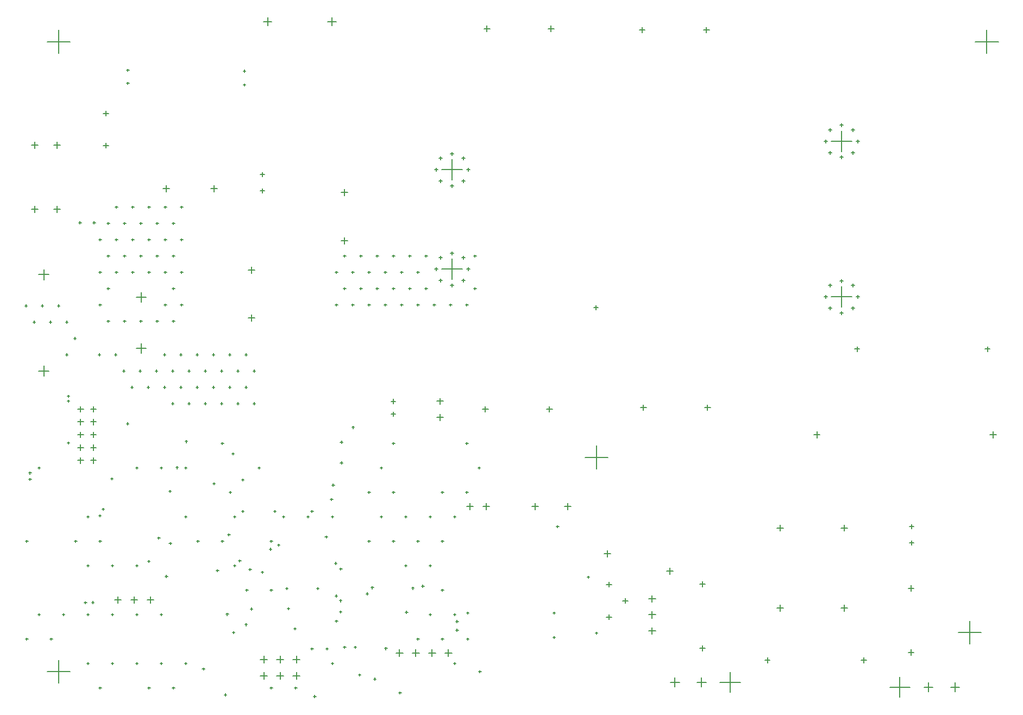
<source format=gbr>
%TF.GenerationSoftware,Altium Limited,Altium Designer,20.0.13 (296)*%
G04 Layer_Color=128*
%FSLAX26Y26*%
%MOIN*%
%TF.FileFunction,Drillmap*%
%TF.Part,Single*%
G01*
G75*
%TA.AperFunction,NonConductor*%
%ADD108C,0.005000*%
D108*
X80000Y3058561D02*
X120000D01*
X100000Y3038561D02*
Y3078561D01*
X80000Y3449112D02*
X120000D01*
X100000Y3429112D02*
Y3469112D01*
X213858Y3058561D02*
X253858D01*
X233858Y3038561D02*
Y3078561D01*
X213858Y3449112D02*
X253858D01*
X233858Y3429112D02*
Y3469112D01*
X3606449Y755000D02*
X3637551D01*
X3622000Y739449D02*
Y770551D01*
X3706449Y655000D02*
X3737551D01*
X3722000Y639449D02*
Y670551D01*
X3606449Y555000D02*
X3637551D01*
X3622000Y539449D02*
Y570551D01*
X1683347Y295000D02*
X1726653D01*
X1705000Y273346D02*
Y316654D01*
X1683347Y195000D02*
X1726653D01*
X1705000Y173346D02*
Y216654D01*
X1583347Y295000D02*
X1626653D01*
X1605000Y273346D02*
Y316654D01*
X1583347Y195000D02*
X1626653D01*
X1605000Y173346D02*
Y216654D01*
X1483347Y295000D02*
X1526653D01*
X1505000Y273346D02*
Y316654D01*
X1483347Y195000D02*
X1526653D01*
X1505000Y173346D02*
Y216654D01*
X3528709Y2452601D02*
X3555709D01*
X3542209Y2439101D02*
Y2466101D01*
X4987008Y2520000D02*
X5112992D01*
X5050000Y2457008D02*
Y2582992D01*
X4987008Y3475000D02*
X5112992D01*
X5050000Y3412008D02*
Y3537992D01*
X2597008Y3300000D02*
X2722992D01*
X2660000Y3237008D02*
Y3362992D01*
X2597008Y2690000D02*
X2722992D01*
X2660000Y2627008D02*
Y2752992D01*
X3593000Y945000D02*
X3633000D01*
X3613000Y925000D02*
Y965000D01*
X3975000Y838000D02*
X4015000D01*
X3995000Y818000D02*
Y858000D01*
X4302504Y155000D02*
X4427504D01*
X4365004Y92500D02*
Y217500D01*
X4162500Y155000D02*
X4217500D01*
X4190000Y127500D02*
Y182500D01*
X3999508Y155000D02*
X4054508D01*
X4027008Y127500D02*
Y182500D01*
X5344504Y125000D02*
X5469504D01*
X5407004Y62500D02*
Y187500D01*
X5554508Y125000D02*
X5609508D01*
X5582008Y97500D02*
Y152500D01*
X5717500Y125000D02*
X5772500D01*
X5745000Y97500D02*
Y152500D01*
X723000Y2516405D02*
X783000D01*
X753000Y2486405D02*
Y2546405D01*
X723000Y2204595D02*
X783000D01*
X753000Y2174595D02*
Y2234595D01*
X123500Y2065000D02*
X186500D01*
X155000Y2033500D02*
Y2096500D01*
X123500Y2656000D02*
X186500D01*
X155000Y2624500D02*
Y2687500D01*
X2313878Y335000D02*
X2357382D01*
X2335630Y313248D02*
Y356752D01*
X2613878Y335000D02*
X2657382D01*
X2635630Y313248D02*
Y356752D01*
X2513878Y335000D02*
X2557382D01*
X2535630Y313248D02*
Y356752D01*
X2413878Y335000D02*
X2457382D01*
X2435630Y313248D02*
Y356752D01*
X788346Y661417D02*
X827716D01*
X808032Y641732D02*
Y681102D01*
X688346Y661417D02*
X727716D01*
X708032Y641732D02*
Y681102D01*
X588346Y661417D02*
X627716D01*
X608032Y641732D02*
Y681102D01*
X3474000Y1535000D02*
X3616000D01*
X3545000Y1464000D02*
Y1606000D01*
X441024Y1752480D02*
X476457D01*
X458740Y1734764D02*
Y1770197D01*
X441024Y1831220D02*
X476457D01*
X458740Y1813504D02*
Y1848937D01*
X441024Y1673740D02*
X476457D01*
X458740Y1656024D02*
Y1691457D01*
X362284Y1752480D02*
X397716D01*
X380000Y1734764D02*
Y1770197D01*
X362284Y1831220D02*
X397716D01*
X380000Y1813504D02*
Y1848937D01*
X362284Y1673740D02*
X397716D01*
X380000Y1656024D02*
Y1691457D01*
X441024Y1516260D02*
X476457D01*
X458740Y1498543D02*
Y1533976D01*
X441024Y1595000D02*
X476457D01*
X458740Y1577284D02*
Y1612716D01*
X362284Y1516260D02*
X397716D01*
X380000Y1498543D02*
Y1533976D01*
X362284Y1595000D02*
X397716D01*
X380000Y1577284D02*
Y1612716D01*
X1481220Y3170000D02*
X1508780D01*
X1495000Y3156220D02*
Y3183780D01*
X1481220Y3270000D02*
X1508780D01*
X1495000Y3256220D02*
Y3283780D01*
X3350315Y1233150D02*
X3389685D01*
X3370000Y1213465D02*
Y1252835D01*
X2850315Y1233150D02*
X2889685D01*
X2870000Y1213465D02*
Y1252835D01*
X2750315Y1233150D02*
X2789685D01*
X2770000Y1213465D02*
Y1252835D01*
X3150315Y1233150D02*
X3189685D01*
X3170000Y1213465D02*
Y1252835D01*
X1980315Y3160276D02*
X2019685D01*
X2000000Y3140591D02*
Y3179961D01*
X1980315Y2865000D02*
X2019685D01*
X2000000Y2845315D02*
Y2884685D01*
X519252Y3448150D02*
X550748D01*
X535000Y3432402D02*
Y3463898D01*
X519252Y3645000D02*
X550748D01*
X535000Y3629252D02*
Y3660748D01*
X1410315Y2390000D02*
X1449685D01*
X1430000Y2370315D02*
Y2409685D01*
X1410315Y2685276D02*
X1449685D01*
X1430000Y2665591D02*
Y2704961D01*
X5130000Y2200000D02*
X5160000D01*
X5145000Y2185000D02*
Y2215000D01*
X5930394Y2200000D02*
X5960394D01*
X5945394Y2185000D02*
Y2215000D01*
X5764000Y460000D02*
X5906000D01*
X5835000Y389000D02*
Y531000D01*
X174000Y220000D02*
X316000D01*
X245000Y149000D02*
Y291000D01*
X2286220Y1878740D02*
X2313780D01*
X2300000Y1864961D02*
Y1892520D01*
X2286220Y1800000D02*
X2313780D01*
X2300000Y1786220D02*
Y1813780D01*
X5045315Y1102126D02*
X5084685D01*
X5065000Y1082441D02*
Y1121811D01*
X5045315Y610000D02*
X5084685D01*
X5065000Y590315D02*
Y629685D01*
X4651614Y1102126D02*
X4690984D01*
X4671299Y1082441D02*
Y1121811D01*
X4651614Y610000D02*
X4690984D01*
X4671299Y590315D02*
Y629685D01*
X3866134Y470575D02*
X3907866D01*
X3887000Y449709D02*
Y491441D01*
X3866134Y667425D02*
X3907866D01*
X3887000Y646559D02*
Y688291D01*
X3866134Y569000D02*
X3907866D01*
X3887000Y548134D02*
Y589866D01*
X4578701Y290000D02*
X4610197D01*
X4594449Y274252D02*
Y305748D01*
X5169252Y290000D02*
X5200748D01*
X5185000Y274252D02*
Y305748D01*
X5960315Y1675000D02*
X5999685D01*
X5980000Y1655315D02*
Y1694685D01*
X4877638Y1675000D02*
X4917008D01*
X4897323Y1655315D02*
Y1694685D01*
X3239350Y1830000D02*
X3274350D01*
X3256850Y1812500D02*
Y1847500D01*
X2845650Y1830000D02*
X2880650D01*
X2863150Y1812500D02*
Y1847500D01*
X2565984Y1879213D02*
X2605354D01*
X2585669Y1859528D02*
Y1898898D01*
X2565984Y1780787D02*
X2605354D01*
X2585669Y1761102D02*
Y1800472D01*
X1896110Y4208000D02*
X1947291D01*
X1921701Y4182409D02*
Y4233591D01*
X1502409Y4208000D02*
X1553591D01*
X1528000Y4182409D02*
Y4233591D01*
X4178293Y363150D02*
X4213293D01*
X4195793Y345650D02*
Y380650D01*
X4178293Y756850D02*
X4213293D01*
X4195793Y739350D02*
Y774350D01*
X4202500Y4157500D02*
X4237500D01*
X4220000Y4140000D02*
Y4175000D01*
X3808799Y4157500D02*
X3843799D01*
X3826299Y4140000D02*
Y4175000D01*
X3249350Y4165000D02*
X3284350D01*
X3266850Y4147500D02*
Y4182500D01*
X2855650Y4165000D02*
X2890650D01*
X2873150Y4147500D02*
Y4182500D01*
X1180315Y3185000D02*
X1219685D01*
X1200000Y3165315D02*
Y3204685D01*
X885039Y3185000D02*
X924409D01*
X904724Y3165315D02*
Y3204685D01*
X5457500Y731850D02*
X5492500D01*
X5475000Y714350D02*
Y749350D01*
X5457500Y338150D02*
X5492500D01*
X5475000Y320650D02*
Y355650D01*
X4209350Y1840000D02*
X4244350D01*
X4226850Y1822500D02*
Y1857500D01*
X3815650Y1840000D02*
X3850650D01*
X3833150Y1822500D02*
Y1857500D01*
X5466221Y1110000D02*
X5493779D01*
X5480000Y1096220D02*
Y1123780D01*
X5466221Y1010000D02*
X5493779D01*
X5480000Y996221D02*
Y1023779D01*
X174000Y4085000D02*
X316000D01*
X245000Y4014000D02*
Y4156000D01*
X5869000Y4085000D02*
X6011000D01*
X5940000Y4014000D02*
Y4156000D01*
X1942500Y2670000D02*
X1957500D01*
X1950000Y2662500D02*
Y2677500D01*
X2342500Y2670000D02*
X2357500D01*
X2350000Y2662500D02*
Y2677500D01*
X2392500Y2570000D02*
X2407500D01*
X2400000Y2562500D02*
Y2577500D01*
X1992500Y2770000D02*
X2007500D01*
X2000000Y2762500D02*
Y2777500D01*
X2542500Y2470000D02*
X2557500D01*
X2550000Y2462500D02*
Y2477500D01*
X2642500Y2470000D02*
X2657500D01*
X2650000Y2462500D02*
Y2477500D01*
X2142500Y2470000D02*
X2157500D01*
X2150000Y2462500D02*
Y2477500D01*
X2492500Y2770000D02*
X2507500D01*
X2500000Y2762500D02*
Y2777500D01*
X2492500Y2570000D02*
X2507500D01*
X2500000Y2562500D02*
Y2577500D01*
X2242500Y2670000D02*
X2257500D01*
X2250000Y2662500D02*
Y2677500D01*
X2192500Y2570000D02*
X2207500D01*
X2200000Y2562500D02*
Y2577500D01*
X2092500Y2770000D02*
X2107500D01*
X2100000Y2762500D02*
Y2777500D01*
X2292500Y2770000D02*
X2307500D01*
X2300000Y2762500D02*
Y2777500D01*
X2092500Y2570000D02*
X2107500D01*
X2100000Y2562500D02*
Y2577500D01*
X2342500Y2470000D02*
X2357500D01*
X2350000Y2462500D02*
Y2477500D01*
X2142500Y2670000D02*
X2157500D01*
X2150000Y2662500D02*
Y2677500D01*
X2292500Y2570000D02*
X2307500D01*
X2300000Y2562500D02*
Y2577500D01*
X2392500Y2770000D02*
X2407500D01*
X2400000Y2762500D02*
Y2777500D01*
X2792500Y2570000D02*
X2807500D01*
X2800000Y2562500D02*
Y2577500D01*
X1992500Y2570000D02*
X2007500D01*
X2000000Y2562500D02*
Y2577500D01*
X2442500Y2670000D02*
X2457500D01*
X2450000Y2662500D02*
Y2677500D01*
X2792500Y2770000D02*
X2807500D01*
X2800000Y2762500D02*
Y2777500D01*
X2442500Y2470000D02*
X2457500D01*
X2450000Y2462500D02*
Y2477500D01*
X2742500Y2470000D02*
X2757500D01*
X2750000Y2462500D02*
Y2477500D01*
X2042500Y2670000D02*
X2057500D01*
X2050000Y2662500D02*
Y2677500D01*
X2042500Y2470000D02*
X2057500D01*
X2050000Y2462500D02*
Y2477500D01*
X1942500Y2470000D02*
X1957500D01*
X1950000Y2462500D02*
Y2477500D01*
X2242500Y2470000D02*
X2257500D01*
X2250000Y2462500D02*
Y2477500D01*
X2192500Y2770000D02*
X2207500D01*
X2200000Y2762500D02*
Y2777500D01*
X2719597Y3230403D02*
X2739597D01*
X2729597Y3220403D02*
Y3240403D01*
X2748425Y3300000D02*
X2768425D01*
X2758425Y3290000D02*
Y3310000D01*
X2650000Y3201575D02*
X2670000D01*
X2660000Y3191575D02*
Y3211575D01*
X2580403Y3369597D02*
X2600403D01*
X2590403Y3359597D02*
Y3379597D01*
X2551575Y3300000D02*
X2571575D01*
X2561575Y3290000D02*
Y3310000D01*
X2650000Y3398425D02*
X2670000D01*
X2660000Y3388425D02*
Y3408425D01*
X2580403Y3230403D02*
X2600403D01*
X2590403Y3220403D02*
Y3240403D01*
X2719597Y3369597D02*
X2739597D01*
X2729597Y3359597D02*
Y3379597D01*
X2719597Y2620403D02*
X2739597D01*
X2729597Y2610403D02*
Y2630403D01*
X2748425Y2690000D02*
X2768425D01*
X2758425Y2680000D02*
Y2700000D01*
X2650000Y2591575D02*
X2670000D01*
X2660000Y2581575D02*
Y2601575D01*
X2580403Y2759597D02*
X2600403D01*
X2590403Y2749597D02*
Y2769597D01*
X2551575Y2690000D02*
X2571575D01*
X2561575Y2680000D02*
Y2700000D01*
X2650000Y2788425D02*
X2670000D01*
X2660000Y2778425D02*
Y2798425D01*
X2580403Y2620403D02*
X2600403D01*
X2590403Y2610403D02*
Y2630403D01*
X2719597Y2759597D02*
X2739597D01*
X2729597Y2749597D02*
Y2769597D01*
X5109597Y3405403D02*
X5129597D01*
X5119597Y3395403D02*
Y3415403D01*
X5138425Y3475000D02*
X5158425D01*
X5148425Y3465000D02*
Y3485000D01*
X5040000Y3376575D02*
X5060000D01*
X5050000Y3366575D02*
Y3386575D01*
X4970403Y3544597D02*
X4990403D01*
X4980403Y3534597D02*
Y3554597D01*
X4941575Y3475000D02*
X4961575D01*
X4951575Y3465000D02*
Y3485000D01*
X5040000Y3573425D02*
X5060000D01*
X5050000Y3563425D02*
Y3583425D01*
X4970403Y3405403D02*
X4990403D01*
X4980403Y3395403D02*
Y3415403D01*
X5109597Y3544597D02*
X5129597D01*
X5119597Y3534597D02*
Y3554597D01*
X5109597Y2450403D02*
X5129597D01*
X5119597Y2440403D02*
Y2460403D01*
X5138425Y2520000D02*
X5158425D01*
X5148425Y2510000D02*
Y2530000D01*
X5040000Y2421575D02*
X5060000D01*
X5050000Y2411575D02*
Y2431575D01*
X4970403Y2589597D02*
X4990403D01*
X4980403Y2579597D02*
Y2599597D01*
X4941575Y2520000D02*
X4961575D01*
X4951575Y2510000D02*
Y2530000D01*
X5040000Y2618425D02*
X5060000D01*
X5050000Y2608425D02*
Y2628425D01*
X4970403Y2450403D02*
X4990403D01*
X4980403Y2440403D02*
Y2460403D01*
X5109597Y2589597D02*
X5129597D01*
X5119597Y2579597D02*
Y2599597D01*
X923500Y1007000D02*
X938500D01*
X931000Y999500D02*
Y1014500D01*
X899500Y805000D02*
X914500D01*
X907000Y797500D02*
Y812500D01*
X3537618Y456575D02*
X3552618D01*
X3545118Y449075D02*
Y464075D01*
X2332255Y90000D02*
X2347255D01*
X2339755Y82500D02*
Y97500D01*
X448500Y645000D02*
X463500D01*
X456000Y637500D02*
Y652500D01*
X402500Y644000D02*
X417500D01*
X410000Y636500D02*
Y651500D01*
X2822500Y220000D02*
X2837500D01*
X2830000Y212500D02*
Y227500D01*
X2742500Y1620000D02*
X2757500D01*
X2750000Y1612500D02*
Y1627500D01*
X2817500Y1470000D02*
X2832500D01*
X2825000Y1462500D02*
Y1477500D01*
X2742500Y1320000D02*
X2757500D01*
X2750000Y1312500D02*
Y1327500D01*
X2592500Y1320000D02*
X2607500D01*
X2600000Y1312500D02*
Y1327500D01*
X2667500Y1170000D02*
X2682500D01*
X2675000Y1162500D02*
Y1177500D01*
X2592500Y1020000D02*
X2607500D01*
X2600000Y1012500D02*
Y1027500D01*
X2592500Y720000D02*
X2607500D01*
X2600000Y712500D02*
Y727500D01*
X2667500Y570000D02*
X2682500D01*
X2675000Y562500D02*
Y577500D01*
X2592500Y420000D02*
X2607500D01*
X2600000Y412500D02*
Y427500D01*
X2667500Y270000D02*
X2682500D01*
X2675000Y262500D02*
Y277500D01*
X2517500Y1170000D02*
X2532500D01*
X2525000Y1162500D02*
Y1177500D01*
X2442500Y1020000D02*
X2457500D01*
X2450000Y1012500D02*
Y1027500D01*
X2517500Y870000D02*
X2532500D01*
X2525000Y862500D02*
Y877500D01*
X2517500Y570000D02*
X2532500D01*
X2525000Y562500D02*
Y577500D01*
X2442500Y420000D02*
X2457500D01*
X2450000Y412500D02*
Y427500D01*
X2292500Y1620000D02*
X2307500D01*
X2300000Y1612500D02*
Y1627500D01*
X2292500Y1320000D02*
X2307500D01*
X2300000Y1312500D02*
Y1327500D01*
X2367500Y1170000D02*
X2382500D01*
X2375000Y1162500D02*
Y1177500D01*
X2292500Y1020000D02*
X2307500D01*
X2300000Y1012500D02*
Y1027500D01*
X2367500Y870000D02*
X2382500D01*
X2375000Y862500D02*
Y877500D01*
X2217500Y1470000D02*
X2232500D01*
X2225000Y1462500D02*
Y1477500D01*
X2142500Y1320000D02*
X2157500D01*
X2150000Y1312500D02*
Y1327500D01*
X2217500Y1170000D02*
X2232500D01*
X2225000Y1162500D02*
Y1177500D01*
X2142500Y1020000D02*
X2157500D01*
X2150000Y1012500D02*
Y1027500D01*
X1917500Y1170000D02*
X1932500D01*
X1925000Y1162500D02*
Y1177500D01*
X1917500Y270000D02*
X1932500D01*
X1925000Y262500D02*
Y277500D01*
X1767500Y1170000D02*
X1782500D01*
X1775000Y1162500D02*
Y1177500D01*
X1692500Y120000D02*
X1707500D01*
X1700000Y112500D02*
Y127500D01*
X1617500Y1170000D02*
X1632500D01*
X1625000Y1162500D02*
Y1177500D01*
X1542500Y1020000D02*
X1557500D01*
X1550000Y1012500D02*
Y1027500D01*
X1542500Y720000D02*
X1557500D01*
X1550000Y712500D02*
Y727500D01*
X1542500Y120000D02*
X1557500D01*
X1550000Y112500D02*
Y127500D01*
X1467500Y1470000D02*
X1482500D01*
X1475000Y1462500D02*
Y1477500D01*
X1392500Y720000D02*
X1407500D01*
X1400000Y712500D02*
Y727500D01*
X1242500Y1620000D02*
X1257500D01*
X1250000Y1612500D02*
Y1627500D01*
X1317500Y1170000D02*
X1332500D01*
X1325000Y1162500D02*
Y1177500D01*
X1242500Y1020000D02*
X1257500D01*
X1250000Y1012500D02*
Y1027500D01*
X1317500Y870000D02*
X1332500D01*
X1325000Y862500D02*
Y877500D01*
X1092500Y1020000D02*
X1107500D01*
X1100000Y1012500D02*
Y1027500D01*
X1017500Y1470000D02*
X1032500D01*
X1025000Y1462500D02*
Y1477500D01*
X1017500Y1170000D02*
X1032500D01*
X1025000Y1162500D02*
Y1177500D01*
X1017500Y270000D02*
X1032500D01*
X1025000Y262500D02*
Y277500D01*
X942500Y120000D02*
X957500D01*
X950000Y112500D02*
Y127500D01*
X867500Y1470000D02*
X882500D01*
X875000Y1462500D02*
Y1477500D01*
X867500Y570000D02*
X882500D01*
X875000Y562500D02*
Y577500D01*
X867500Y270000D02*
X882500D01*
X875000Y262500D02*
Y277500D01*
X792500Y120000D02*
X807500D01*
X800000Y112500D02*
Y127500D01*
X717500Y1470000D02*
X732500D01*
X725000Y1462500D02*
Y1477500D01*
X717500Y870000D02*
X732500D01*
X725000Y862500D02*
Y877500D01*
X717500Y570000D02*
X732500D01*
X725000Y562500D02*
Y577500D01*
X717500Y270000D02*
X732500D01*
X725000Y262500D02*
Y277500D01*
X492500Y1020000D02*
X507500D01*
X500000Y1012500D02*
Y1027500D01*
X567500Y870000D02*
X582500D01*
X575000Y862500D02*
Y877500D01*
X567500Y570000D02*
X582500D01*
X575000Y562500D02*
Y577500D01*
X567500Y270000D02*
X582500D01*
X575000Y262500D02*
Y277500D01*
X492500Y120000D02*
X507500D01*
X500000Y112500D02*
Y127500D01*
X417500Y1170000D02*
X432500D01*
X425000Y1162500D02*
Y1177500D01*
X342500Y1020000D02*
X357500D01*
X350000Y1012500D02*
Y1027500D01*
X417500Y870000D02*
X432500D01*
X425000Y862500D02*
Y877500D01*
X417500Y570000D02*
X432500D01*
X425000Y562500D02*
Y577500D01*
X417500Y270000D02*
X432500D01*
X425000Y262500D02*
Y277500D01*
X267500Y570000D02*
X282500D01*
X275000Y562500D02*
Y577500D01*
X192500Y420000D02*
X207500D01*
X200000Y412500D02*
Y427500D01*
X117500Y1470000D02*
X132500D01*
X125000Y1462500D02*
Y1477500D01*
X42500Y1020000D02*
X57500D01*
X50000Y1012500D02*
Y1027500D01*
X117500Y570000D02*
X132500D01*
X125000Y562500D02*
Y577500D01*
X42500Y420000D02*
X57500D01*
X50000Y412500D02*
Y427500D01*
X2245909Y362755D02*
X2260909D01*
X2253409Y355255D02*
Y370255D01*
X1437500Y2065000D02*
X1452500D01*
X1445000Y2057500D02*
Y2072500D01*
X1437500Y1865000D02*
X1452500D01*
X1445000Y1857500D02*
Y1872500D01*
X1387500Y2165000D02*
X1402500D01*
X1395000Y2157500D02*
Y2172500D01*
X1337500Y2065000D02*
X1352500D01*
X1345000Y2057500D02*
Y2072500D01*
X1387500Y1965000D02*
X1402500D01*
X1395000Y1957500D02*
Y1972500D01*
X1337500Y1865000D02*
X1352500D01*
X1345000Y1857500D02*
Y1872500D01*
X1287500Y2165000D02*
X1302500D01*
X1295000Y2157500D02*
Y2172500D01*
X1237500Y2065000D02*
X1252500D01*
X1245000Y2057500D02*
Y2072500D01*
X1287500Y1965000D02*
X1302500D01*
X1295000Y1957500D02*
Y1972500D01*
X1237500Y1865000D02*
X1252500D01*
X1245000Y1857500D02*
Y1872500D01*
X1187500Y2165000D02*
X1202500D01*
X1195000Y2157500D02*
Y2172500D01*
X1137500Y2065000D02*
X1152500D01*
X1145000Y2057500D02*
Y2072500D01*
X1187500Y1965000D02*
X1202500D01*
X1195000Y1957500D02*
Y1972500D01*
X1137500Y1865000D02*
X1152500D01*
X1145000Y1857500D02*
Y1872500D01*
X1087500Y2165000D02*
X1102500D01*
X1095000Y2157500D02*
Y2172500D01*
X1037500Y2065000D02*
X1052500D01*
X1045000Y2057500D02*
Y2072500D01*
X1087500Y1965000D02*
X1102500D01*
X1095000Y1957500D02*
Y1972500D01*
X1037500Y1865000D02*
X1052500D01*
X1045000Y1857500D02*
Y1872500D01*
X987500Y2165000D02*
X1002500D01*
X995000Y2157500D02*
Y2172500D01*
X937500Y2065000D02*
X952500D01*
X945000Y2057500D02*
Y2072500D01*
X987500Y1965000D02*
X1002500D01*
X995000Y1957500D02*
Y1972500D01*
X937500Y1865000D02*
X952500D01*
X945000Y1857500D02*
Y1872500D01*
X887500Y2165000D02*
X902500D01*
X895000Y2157500D02*
Y2172500D01*
X837500Y2065000D02*
X852500D01*
X845000Y2057500D02*
Y2072500D01*
X887500Y1965000D02*
X902500D01*
X895000Y1957500D02*
Y1972500D01*
X737500Y2065000D02*
X752500D01*
X745000Y2057500D02*
Y2072500D01*
X787500Y1965000D02*
X802500D01*
X795000Y1957500D02*
Y1972500D01*
X637500Y2065000D02*
X652500D01*
X645000Y2057500D02*
Y2072500D01*
X687500Y1965000D02*
X702500D01*
X695000Y1957500D02*
Y1972500D01*
X587500Y2165000D02*
X602500D01*
X595000Y2157500D02*
Y2172500D01*
X487500Y2165000D02*
X502500D01*
X495000Y2157500D02*
Y2172500D01*
X337500Y2265000D02*
X352500D01*
X345000Y2257500D02*
Y2272500D01*
X237500Y2465000D02*
X252500D01*
X245000Y2457500D02*
Y2472500D01*
X287500Y2365000D02*
X302500D01*
X295000Y2357500D02*
Y2372500D01*
X287500Y2165000D02*
X302500D01*
X295000Y2157500D02*
Y2172500D01*
X137500Y2465000D02*
X152500D01*
X145000Y2457500D02*
Y2472500D01*
X187500Y2365000D02*
X202500D01*
X195000Y2357500D02*
Y2372500D01*
X37500Y2465000D02*
X52500D01*
X45000Y2457500D02*
Y2472500D01*
X87500Y2365000D02*
X102500D01*
X95000Y2357500D02*
Y2372500D01*
X992500Y3070000D02*
X1007500D01*
X1000000Y3062500D02*
Y3077500D01*
X942500Y2970000D02*
X957500D01*
X950000Y2962500D02*
Y2977500D01*
X992500Y2870000D02*
X1007500D01*
X1000000Y2862500D02*
Y2877500D01*
X942500Y2770000D02*
X957500D01*
X950000Y2762500D02*
Y2777500D01*
X992500Y2670000D02*
X1007500D01*
X1000000Y2662500D02*
Y2677500D01*
X942500Y2570000D02*
X957500D01*
X950000Y2562500D02*
Y2577500D01*
X992500Y2470000D02*
X1007500D01*
X1000000Y2462500D02*
Y2477500D01*
X942500Y2370000D02*
X957500D01*
X950000Y2362500D02*
Y2377500D01*
X892500Y3070000D02*
X907500D01*
X900000Y3062500D02*
Y3077500D01*
X842500Y2970000D02*
X857500D01*
X850000Y2962500D02*
Y2977500D01*
X892500Y2870000D02*
X907500D01*
X900000Y2862500D02*
Y2877500D01*
X842500Y2770000D02*
X857500D01*
X850000Y2762500D02*
Y2777500D01*
X892500Y2670000D02*
X907500D01*
X900000Y2662500D02*
Y2677500D01*
X892500Y2470000D02*
X907500D01*
X900000Y2462500D02*
Y2477500D01*
X842500Y2370000D02*
X857500D01*
X850000Y2362500D02*
Y2377500D01*
X792500Y3070000D02*
X807500D01*
X800000Y3062500D02*
Y3077500D01*
X742500Y2970000D02*
X757500D01*
X750000Y2962500D02*
Y2977500D01*
X792500Y2870000D02*
X807500D01*
X800000Y2862500D02*
Y2877500D01*
X742500Y2770000D02*
X757500D01*
X750000Y2762500D02*
Y2777500D01*
X792500Y2670000D02*
X807500D01*
X800000Y2662500D02*
Y2677500D01*
X742500Y2370000D02*
X757500D01*
X750000Y2362500D02*
Y2377500D01*
X692500Y3070000D02*
X707500D01*
X700000Y3062500D02*
Y3077500D01*
X642500Y2970000D02*
X657500D01*
X650000Y2962500D02*
Y2977500D01*
X692500Y2870000D02*
X707500D01*
X700000Y2862500D02*
Y2877500D01*
X642500Y2770000D02*
X657500D01*
X650000Y2762500D02*
Y2777500D01*
X692500Y2670000D02*
X707500D01*
X700000Y2662500D02*
Y2677500D01*
X642500Y2370000D02*
X657500D01*
X650000Y2362500D02*
Y2377500D01*
X592500Y3070000D02*
X607500D01*
X600000Y3062500D02*
Y3077500D01*
X542500Y2970000D02*
X557500D01*
X550000Y2962500D02*
Y2977500D01*
X592500Y2870000D02*
X607500D01*
X600000Y2862500D02*
Y2877500D01*
X542500Y2770000D02*
X557500D01*
X550000Y2762500D02*
Y2777500D01*
X592500Y2670000D02*
X607500D01*
X600000Y2662500D02*
Y2677500D01*
X542500Y2570000D02*
X557500D01*
X550000Y2562500D02*
Y2577500D01*
X542500Y2370000D02*
X557500D01*
X550000Y2362500D02*
Y2377500D01*
X492500Y2870000D02*
X507500D01*
X500000Y2862500D02*
Y2877500D01*
X492500Y2670000D02*
X507500D01*
X500000Y2662500D02*
Y2677500D01*
X492500Y2470000D02*
X507500D01*
X500000Y2462500D02*
Y2477500D01*
X2411798Y733071D02*
X2426798D01*
X2419298Y725571D02*
Y740571D01*
X1922539Y1365000D02*
X1937539D01*
X1930039Y1357500D02*
Y1372500D01*
X1261555Y78307D02*
X1276555D01*
X1269055Y70807D02*
Y85807D01*
X964075Y1472599D02*
X979075D01*
X971575Y1465099D02*
Y1480099D01*
X1310768Y460000D02*
X1325768D01*
X1318268Y452500D02*
Y467500D01*
X1126713Y236544D02*
X1141713D01*
X1134213Y229044D02*
Y244044D01*
X1367265Y1397860D02*
X1382265D01*
X1374765Y1390360D02*
Y1405360D01*
X1291474Y1321299D02*
X1306474D01*
X1298974Y1313799D02*
Y1328799D01*
X1190965Y1374409D02*
X1205965D01*
X1198465Y1366909D02*
Y1381909D01*
X921929Y1326535D02*
X936929D01*
X929429Y1319035D02*
Y1334035D01*
X660591Y1741627D02*
X675591D01*
X668091Y1734127D02*
Y1749127D01*
X298342Y1624651D02*
X313342D01*
X305842Y1617151D02*
Y1632151D01*
X2045335Y1719291D02*
X2060335D01*
X2052835Y1711791D02*
Y1726791D01*
X1792500Y361026D02*
X1807500D01*
X1800000Y353526D02*
Y368526D01*
X1809016Y68416D02*
X1824016D01*
X1816516Y60916D02*
Y75916D01*
X2682500Y475000D02*
X2697500D01*
X2690000Y467500D02*
Y482500D01*
X2682500Y528465D02*
X2697500D01*
X2690000Y520965D02*
Y535965D01*
X2747500Y580000D02*
X2762500D01*
X2755000Y572500D02*
Y587500D01*
X2472500Y745000D02*
X2487500D01*
X2480000Y737500D02*
Y752500D01*
X2372500Y585500D02*
X2387500D01*
X2380000Y578000D02*
Y593000D01*
X2177500Y175000D02*
X2192500D01*
X2185000Y167500D02*
Y182500D01*
X1885177Y360000D02*
X1900177D01*
X1892677Y352500D02*
Y367500D01*
X2085000Y200000D02*
X2100000D01*
X2092500Y192500D02*
Y207500D01*
X1648000Y606535D02*
X1663000D01*
X1655500Y599035D02*
Y614035D01*
X1942128Y684864D02*
X1957128D01*
X1949628Y677364D02*
Y692364D01*
X2131240Y698740D02*
X2146240D01*
X2138740Y691240D02*
Y706240D01*
X2162736Y735748D02*
X2177736D01*
X2170236Y728248D02*
Y743248D01*
X852500Y1040000D02*
X867500D01*
X860000Y1032500D02*
Y1047500D01*
X1272500Y572756D02*
X1287500D01*
X1280000Y565256D02*
Y580256D01*
X1212500Y840000D02*
X1227500D01*
X1220000Y832500D02*
Y847500D01*
X1637500Y730236D02*
X1652500D01*
X1645000Y722736D02*
Y737736D01*
X1687500Y483764D02*
X1702500D01*
X1695000Y476264D02*
Y491264D01*
X1387500Y509764D02*
X1402500D01*
X1395000Y502264D02*
Y517264D01*
X1349311Y900000D02*
X1364311D01*
X1356811Y892500D02*
Y907500D01*
X1421000Y605535D02*
X1436000D01*
X1428500Y598035D02*
Y613035D01*
X1938170Y885000D02*
X1953170D01*
X1945670Y877500D02*
Y892500D01*
X1968870Y850000D02*
X1983870D01*
X1976370Y842500D02*
Y857500D01*
X1912500Y1276653D02*
X1927500D01*
X1920000Y1269153D02*
Y1284153D01*
X1992500Y370000D02*
X2007500D01*
X2000000Y362500D02*
Y377500D01*
X490580Y1178080D02*
X505580D01*
X498080Y1170580D02*
Y1185580D01*
X790965Y897798D02*
X805965D01*
X798465Y890298D02*
Y905298D01*
X1564689Y1203606D02*
X1579689D01*
X1572189Y1196106D02*
Y1211106D01*
X1792382Y1203606D02*
X1807382D01*
X1799882Y1196106D02*
Y1211106D01*
X1367265Y1203606D02*
X1382265D01*
X1374765Y1196106D02*
Y1211106D01*
X1880419Y1046535D02*
X1895419D01*
X1887919Y1039035D02*
Y1054035D01*
X1412500Y847111D02*
X1427500D01*
X1420000Y839611D02*
Y854611D01*
X1282500Y1060000D02*
X1297500D01*
X1290000Y1052500D02*
Y1067500D01*
X1487500Y831055D02*
X1502500D01*
X1495000Y823555D02*
Y838555D01*
X1537500Y971535D02*
X1552500D01*
X1545000Y964035D02*
Y979035D01*
X1587500Y997535D02*
X1602500D01*
X1595000Y990035D02*
Y1005035D01*
X510580Y1218080D02*
X525580D01*
X518080Y1210580D02*
Y1225580D01*
X564193Y1403260D02*
X579193D01*
X571693Y1395760D02*
Y1410760D01*
X1967500Y588071D02*
X1982500D01*
X1975000Y580571D02*
Y595571D01*
X1967500Y656035D02*
X1982500D01*
X1975000Y648535D02*
Y663535D01*
X1942264Y531000D02*
X1957264D01*
X1949764Y523500D02*
Y538500D01*
X1307500Y1557599D02*
X1322500D01*
X1315000Y1550099D02*
Y1565099D01*
X2057500Y370000D02*
X2072500D01*
X2065000Y362500D02*
Y377500D01*
X1827500Y730236D02*
X1842500D01*
X1835000Y722736D02*
Y737736D01*
X2747500Y420000D02*
X2762500D01*
X2755000Y412500D02*
Y427500D01*
X297500Y1880000D02*
X312500D01*
X305000Y1872500D02*
Y1887500D01*
X297500Y1909961D02*
X312500D01*
X305000Y1902461D02*
Y1917461D01*
X1020965Y1632599D02*
X1035965D01*
X1028465Y1625099D02*
Y1640099D01*
X62500Y1400000D02*
X77500D01*
X70000Y1392500D02*
Y1407500D01*
X62500Y1439488D02*
X77500D01*
X70000Y1431988D02*
Y1446988D01*
X455902Y2975000D02*
X470902D01*
X463402Y2967500D02*
Y2982500D01*
X369098Y2975000D02*
X384098D01*
X376598Y2967500D02*
Y2982500D01*
X662500Y3910591D02*
X677500D01*
X670000Y3903091D02*
Y3918091D01*
X662500Y3830000D02*
X677500D01*
X670000Y3822500D02*
Y3837500D01*
X1378500Y3905000D02*
X1393500D01*
X1386000Y3897500D02*
Y3912500D01*
X1378500Y3820000D02*
X1393500D01*
X1386000Y3812500D02*
Y3827500D01*
X3487500Y800000D02*
X3502500D01*
X3495000Y792500D02*
Y807500D01*
X3299350Y1110000D02*
X3314350D01*
X3306850Y1102500D02*
Y1117500D01*
X3277500Y430500D02*
X3292500D01*
X3285000Y423000D02*
Y438000D01*
X3277500Y580000D02*
X3292500D01*
X3285000Y572500D02*
Y587500D01*
X1973405Y1501667D02*
X1988405D01*
X1980905Y1494167D02*
Y1509167D01*
X1973406Y1628333D02*
X1988406D01*
X1980906Y1620833D02*
Y1635833D01*
%TF.MD5,b62bf7fe6eb4382373e0920cbce35fbc*%
M02*

</source>
